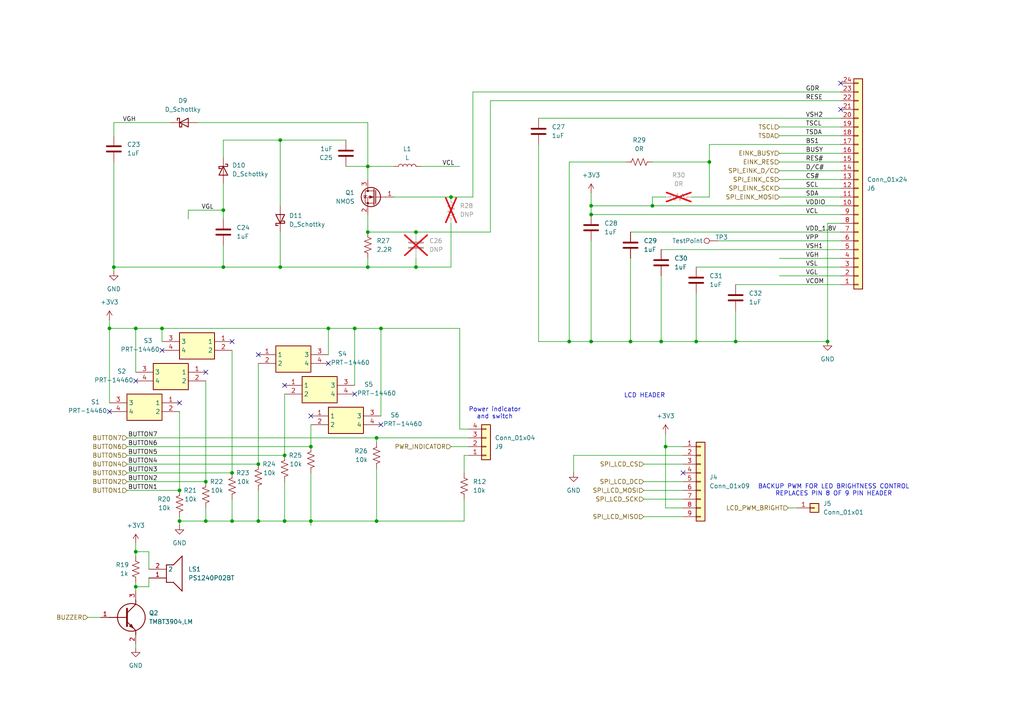
<source format=kicad_sch>
(kicad_sch (version 20231120) (generator "eeschema") (generator_version "8.0")
  (paper "A4")
  (lib_symbols
    (symbol "Connector:TestPoint" (pin_numbers hide) (pin_names (offset 0.762) hide)
      (property "Reference" "TP" (at 0 6.858 0))
      (property "Value" "TestPoint" (at 0 5.08 0))
      (symbol "TestPoint_0_1"
        (circle (center 0 3.302) (radius 0.762))
      )
      (symbol "TestPoint_1_1"
        (pin passive line (at 0 0 90) (length 2.54) (name "1") (number "1"))
      )
    )
    (symbol "Connector_Generic:Conn_01x01" (pin_names (offset 1.016) hide)
      (property "Reference" "J" (at 0 2.54 0))
      (property "Value" "Conn_01x01" (at 0 -2.54 0))
      (symbol "Conn_01x01_1_1"
        (rectangle (start -1.27 0.127) (end 0 -0.127) (stroke (width 0.1524)))
        (rectangle (start -1.27 1.27) (end 1.27 -1.27) (stroke (width 0.254)) (fill (type background)))
        (pin passive line (at -5.08 0 0) (length 3.81) (name "Pin_1") (number "1"))
      )
    )
    (symbol "Connector_Generic:Conn_01x04" (pin_names (offset 1.016) hide)
      (property "Reference" "J" (at 0 5.08 0))
      (property "Value" "Conn_01x04" (at 0 -7.62 0))
      (symbol "Conn_01x04_1_1"
        (rectangle (start -1.27 -4.953) (end 0 -5.207) (stroke (width 0.1524)))
        (rectangle (start -1.27 -2.413) (end 0 -2.667) (stroke (width 0.1524)))
        (rectangle (start -1.27 0.127) (end 0 -0.127) (stroke (width 0.1524)))
        (rectangle (start -1.27 2.667) (end 0 2.413) (stroke (width 0.1524)))
        (rectangle (start -1.27 3.81) (end 1.27 -6.35) (stroke (width 0.254)) (fill (type background)))
        (pin passive line (at -5.08 2.54 0) (length 3.81) (name "Pin_1") (number "1"))
        (pin passive line (at -5.08 0 0) (length 3.81) (name "Pin_2") (number "2"))
        (pin passive line (at -5.08 -2.54 0) (length 3.81) (name "Pin_3") (number "3"))
        (pin passive line (at -5.08 -5.08 0) (length 3.81) (name "Pin_4") (number "4"))
      )
    )
    (symbol "Connector_Generic:Conn_01x09" (pin_names (offset 1.016) hide)
      (property "Reference" "J" (at 0 12.7 0))
      (property "Value" "Conn_01x09" (at 0 -12.7 0))
      (symbol "Conn_01x09_1_1"
        (rectangle (start -1.27 -10.033) (end 0 -10.287) (stroke (width 0.1524)))
        (rectangle (start -1.27 -7.493) (end 0 -7.747) (stroke (width 0.1524)))
        (rectangle (start -1.27 -4.953) (end 0 -5.207) (stroke (width 0.1524)))
        (rectangle (start -1.27 -2.413) (end 0 -2.667) (stroke (width 0.1524)))
        (rectangle (start -1.27 0.127) (end 0 -0.127) (stroke (width 0.1524)))
        (rectangle (start -1.27 2.667) (end 0 2.413) (stroke (width 0.1524)))
        (rectangle (start -1.27 5.207) (end 0 4.953) (stroke (width 0.1524)))
        (rectangle (start -1.27 7.747) (end 0 7.493) (stroke (width 0.1524)))
        (rectangle (start -1.27 10.287) (end 0 10.033) (stroke (width 0.1524)))
        (rectangle (start -1.27 11.43) (end 1.27 -11.43) (stroke (width 0.254)) (fill (type background)))
        (pin passive line (at -5.08 10.16 0) (length 3.81) (name "Pin_1") (number "1"))
        (pin passive line (at -5.08 7.62 0) (length 3.81) (name "Pin_2") (number "2"))
        (pin passive line (at -5.08 5.08 0) (length 3.81) (name "Pin_3") (number "3"))
        (pin passive line (at -5.08 2.54 0) (length 3.81) (name "Pin_4") (number "4"))
        (pin passive line (at -5.08 0 0) (length 3.81) (name "Pin_5") (number "5"))
        (pin passive line (at -5.08 -2.54 0) (length 3.81) (name "Pin_6") (number "6"))
        (pin passive line (at -5.08 -5.08 0) (length 3.81) (name "Pin_7") (number "7"))
        (pin passive line (at -5.08 -7.62 0) (length 3.81) (name "Pin_8") (number "8"))
        (pin passive line (at -5.08 -10.16 0) (length 3.81) (name "Pin_9") (number "9"))
      )
    )
    (symbol "Connector_Generic:Conn_01x24" (pin_names (offset 1.016) hide)
      (property "Reference" "J" (at 0 30.48 0))
      (property "Value" "Conn_01x24" (at 0 -33.02 0))
      (symbol "Conn_01x24_1_1"
        (rectangle (start -1.27 -30.353) (end 0 -30.607) (stroke (width 0.1524)))
        (rectangle (start -1.27 -27.813) (end 0 -28.067) (stroke (width 0.1524)))
        (rectangle (start -1.27 -25.273) (end 0 -25.527) (stroke (width 0.1524)))
        (rectangle (start -1.27 -22.733) (end 0 -22.987) (stroke (width 0.1524)))
        (rectangle (start -1.27 -20.193) (end 0 -20.447) (stroke (width 0.1524)))
        (rectangle (start -1.27 -17.653) (end 0 -17.907) (stroke (width 0.1524)))
        (rectangle (start -1.27 -15.113) (end 0 -15.367) (stroke (width 0.1524)))
        (rectangle (start -1.27 -12.573) (end 0 -12.827) (stroke (width 0.1524)))
        (rectangle (start -1.27 -10.033) (end 0 -10.287) (stroke (width 0.1524)))
        (rectangle (start -1.27 -7.493) (end 0 -7.747) (stroke (width 0.1524)))
        (rectangle (start -1.27 -4.953) (end 0 -5.207) (stroke (width 0.1524)))
        (rectangle (start -1.27 -2.413) (end 0 -2.667) (stroke (width 0.1524)))
        (rectangle (start -1.27 0.127) (end 0 -0.127) (stroke (width 0.1524)))
        (rectangle (start -1.27 2.667) (end 0 2.413) (stroke (width 0.1524)))
        (rectangle (start -1.27 5.207) (end 0 4.953) (stroke (width 0.1524)))
        (rectangle (start -1.27 7.747) (end 0 7.493) (stroke (width 0.1524)))
        (rectangle (start -1.27 10.287) (end 0 10.033) (stroke (width 0.1524)))
        (rectangle (start -1.27 12.827) (end 0 12.573) (stroke (width 0.1524)))
        (rectangle (start -1.27 15.367) (end 0 15.113) (stroke (width 0.1524)))
        (rectangle (start -1.27 17.907) (end 0 17.653) (stroke (width 0.1524)))
        (rectangle (start -1.27 20.447) (end 0 20.193) (stroke (width 0.1524)))
        (rectangle (start -1.27 22.987) (end 0 22.733) (stroke (width 0.1524)))
        (rectangle (start -1.27 25.527) (end 0 25.273) (stroke (width 0.1524)))
        (rectangle (start -1.27 28.067) (end 0 27.813) (stroke (width 0.1524)))
        (rectangle (start -1.27 29.21) (end 1.27 -31.75) (stroke (width 0.254)) (fill (type background)))
        (pin passive line (at -5.08 27.94 0) (length 3.81) (name "Pin_1") (number "1"))
        (pin passive line (at -5.08 5.08 0) (length 3.81) (name "Pin_10") (number "10"))
        (pin passive line (at -5.08 2.54 0) (length 3.81) (name "Pin_11") (number "11"))
        (pin passive line (at -5.08 0 0) (length 3.81) (name "Pin_12") (number "12"))
        (pin passive line (at -5.08 -2.54 0) (length 3.81) (name "Pin_13") (number "13"))
        (pin passive line (at -5.08 -5.08 0) (length 3.81) (name "Pin_14") (number "14"))
        (pin passive line (at -5.08 -7.62 0) (length 3.81) (name "Pin_15") (number "15"))
        (pin passive line (at -5.08 -10.16 0) (length 3.81) (name "Pin_16") (number "16"))
        (pin passive line (at -5.08 -12.7 0) (length 3.81) (name "Pin_17") (number "17"))
        (pin passive line (at -5.08 -15.24 0) (length 3.81) (name "Pin_18") (number "18"))
        (pin passive line (at -5.08 -17.78 0) (length 3.81) (name "Pin_19") (number "19"))
        (pin passive line (at -5.08 25.4 0) (length 3.81) (name "Pin_2") (number "2"))
        (pin passive line (at -5.08 -20.32 0) (length 3.81) (name "Pin_20") (number "20"))
        (pin passive line (at -5.08 -22.86 0) (length 3.81) (name "Pin_21") (number "21"))
        (pin passive line (at -5.08 -25.4 0) (length 3.81) (name "Pin_22") (number "22"))
        (pin passive line (at -5.08 -27.94 0) (length 3.81) (name "Pin_23") (number "23"))
        (pin passive line (at -5.08 -30.48 0) (length 3.81) (name "Pin_24") (number "24"))
        (pin passive line (at -5.08 22.86 0) (length 3.81) (name "Pin_3") (number "3"))
        (pin passive line (at -5.08 20.32 0) (length 3.81) (name "Pin_4") (number "4"))
        (pin passive line (at -5.08 17.78 0) (length 3.81) (name "Pin_5") (number "5"))
        (pin passive line (at -5.08 15.24 0) (length 3.81) (name "Pin_6") (number "6"))
        (pin passive line (at -5.08 12.7 0) (length 3.81) (name "Pin_7") (number "7"))
        (pin passive line (at -5.08 10.16 0) (length 3.81) (name "Pin_8") (number "8"))
        (pin passive line (at -5.08 7.62 0) (length 3.81) (name "Pin_9") (number "9"))
      )
    )
    (symbol "Device:C" (pin_numbers hide) (pin_names (offset 0.254))
      (property "Reference" "C" (at 0.635 2.54 0))
      (property "Value" "C" (at 0.635 -2.54 0))
      (symbol "C_0_1"
        (polyline (pts (xy -2.032 -0.762) (xy 2.032 -0.762)) (stroke (width 0.508)))
        (polyline (pts (xy -2.032 0.762) (xy 2.032 0.762)) (stroke (width 0.508)))
      )
      (symbol "C_1_1"
        (pin passive line (at 0 3.81 270) (length 2.794) (name "~") (number "1"))
        (pin passive line (at 0 -3.81 90) (length 2.794) (name "~") (number "2"))
      )
    )
    (symbol "Device:D_Schottky" (pin_numbers hide) (pin_names (offset 1.016) hide)
      (property "Reference" "D" (at 0 2.54 0))
      (property "Value" "D_Schottky" (at 0 -2.54 0))
      (symbol "D_Schottky_0_1"
        (polyline (pts (xy 1.27 0) (xy -1.27 0)))
        (polyline (pts (xy 1.27 1.27) (xy 1.27 -1.27) (xy -1.27 0) (xy 1.27 1.27)) (stroke (width 0.254)))
        (polyline (pts (xy -1.905 0.635) (xy -1.905 1.27) (xy -1.27 1.27) (xy -1.27 -1.27) (xy -0.635 -1.27) (xy -0.635 -0.635)) (stroke (width 0.254)))
      )
      (symbol "D_Schottky_1_1"
        (pin passive line (at -3.81 0 0) (length 2.54) (name "K") (number "1"))
        (pin passive line (at 3.81 0 180) (length 2.54) (name "A") (number "2"))
      )
    )
    (symbol "Device:L" (pin_numbers hide) (pin_names (offset 1.016) hide)
      (property "Reference" "L" (at -1.27 0 90))
      (property "Value" "L" (at 1.905 0 90))
      (symbol "L_0_1"
        (arc (start 0 -2.54) (mid 0.6323 -1.905) (end 0 -1.27))
        (arc (start 0 -1.27) (mid 0.6323 -0.635) (end 0 0))
        (arc (start 0 0) (mid 0.6323 0.635) (end 0 1.27))
        (arc (start 0 1.27) (mid 0.6323 1.905) (end 0 2.54))
      )
      (symbol "L_1_1"
        (pin passive line (at 0 3.81 270) (length 1.27) (name "1") (number "1"))
        (pin passive line (at 0 -3.81 90) (length 1.27) (name "2") (number "2"))
      )
    )
    (symbol "Device:Q_NMOS_Depletion_GSD" (pin_names (offset 0) hide)
      (property "Reference" "Q" (at 5.08 1.905 0))
      (property "Value" "Q_NMOS_Depletion_GSD" (at 5.08 0 0))
      (symbol "Q_NMOS_Depletion_GSD_0_1"
        (polyline (pts (xy 0.254 0) (xy -2.54 0)))
        (polyline (pts (xy 0.254 1.905) (xy 0.254 -1.905)) (stroke (width 0.254)))
        (polyline (pts (xy 0.762 2.286) (xy 0.762 -2.286)) (stroke (width 0.254)))
        (polyline (pts (xy 2.54 2.54) (xy 2.54 1.778)))
        (polyline (pts (xy 2.54 -2.54) (xy 2.54 0) (xy 0.762 0)))
        (polyline (pts (xy 0.762 -1.778) (xy 3.302 -1.778) (xy 3.302 1.778) (xy 0.762 1.778)))
        (polyline (pts (xy 1.016 0) (xy 2.032 0.381) (xy 2.032 -0.381) (xy 1.016 0)) (fill (type outline)))
        (polyline (pts (xy 2.794 0.508) (xy 2.921 0.381) (xy 3.683 0.381) (xy 3.81 0.254)))
        (polyline (pts (xy 3.302 0.381) (xy 2.921 -0.254) (xy 3.683 -0.254) (xy 3.302 0.381)))
        (circle (center 1.651 0) (radius 2.794) (stroke (width 0.254)))
        (circle (center 2.54 -1.778) (radius 0.254) (fill (type outline)))
        (circle (center 2.54 1.778) (radius 0.254) (fill (type outline)))
      )
      (symbol "Q_NMOS_Depletion_GSD_1_1"
        (pin input line (at -5.08 0 0) (length 2.54) (name "G") (number "1"))
        (pin passive line (at 2.54 -5.08 90) (length 2.54) (name "S") (number "2"))
        (pin passive line (at 2.54 5.08 270) (length 2.54) (name "D") (number "3"))
      )
    )
    (symbol "Device:R_US" (pin_numbers hide) (pin_names (offset 0))
      (property "Reference" "R" (at 2.54 0 90))
      (property "Value" "R_US" (at -2.54 0 90))
      (symbol "R_US_0_1"
        (polyline (pts (xy 0 -2.286) (xy 0 -2.54)))
        (polyline (pts (xy 0 2.286) (xy 0 2.54)))
        (polyline (pts (xy 0 -0.762) (xy 1.016 -1.143) (xy 0 -1.524) (xy -1.016 -1.905) (xy 0 -2.286)))
        (polyline (pts (xy 0 0.762) (xy 1.016 0.381) (xy 0 0) (xy -1.016 -0.381) (xy 0 -0.762)))
        (polyline (pts (xy 0 2.286) (xy 1.016 1.905) (xy 0 1.524) (xy -1.016 1.143) (xy 0 0.762)))
      )
      (symbol "R_US_1_1"
        (pin passive line (at 0 3.81 270) (length 1.27) (name "~") (number "1"))
        (pin passive line (at 0 -3.81 90) (length 1.27) (name "~") (number "2"))
      )
    )
    (symbol "SamacSys_Parts:PRT-14460"
      (property "Reference" "S" (at 16.51 7.62 0))
      (property "Value" "PRT-14460" (at 16.51 5.08 0))
      (symbol "PRT-14460_1_1"
        (rectangle (start 5.08 2.54) (end 15.24 -5.08) (stroke (width 0.254)) (fill (type background)))
        (pin passive line (at 20.32 0 180) (length 5.08) (name "1") (number "1"))
        (pin passive line (at 20.32 -2.54 180) (length 5.08) (name "2") (number "2"))
        (pin passive line (at 0 0 0) (length 5.08) (name "3") (number "3"))
        (pin passive line (at 0 -2.54 0) (length 5.08) (name "4") (number "4"))
      )
    )
    (symbol "SamacSys_Parts:PS1240P02BT"
      (property "Reference" "LS1" (at 11.43 0.0001 0))
      (property "Value" "PS1240P02BT" (at 11.43 -2.5399 0))
      (symbol "PS1240P02BT_1_1"
        (polyline (pts (xy 5.08 1.27) (xy 5.08 -3.81)) (stroke (width 0.254)))
        (polyline (pts (xy 5.08 1.27) (xy 7.112 1.27)) (stroke (width 0.254)))
        (polyline (pts (xy 7.112 -3.81) (xy 5.08 -3.81)) (stroke (width 0.254)))
        (polyline (pts (xy 7.112 -3.81) (xy 9.652 -6.35)) (stroke (width 0.254)))
        (polyline (pts (xy 9.652 3.81) (xy 7.112 1.27)) (stroke (width 0.254)))
        (polyline (pts (xy 9.652 3.81) (xy 9.652 -6.35)) (stroke (width 0.254)))
        (pin passive line (at 0 -2.54 0) (length 5.08) (name "") (number "1"))
        (pin passive line (at 0 0 0) (length 5.08) (name "2") (number "2"))
      )
    )
    (symbol "SamacSys_Parts:TMBT3904,LM" (pin_names hide)
      (property "Reference" "Q" (at 13.97 1.27 0))
      (property "Value" "TMBT3904,LM" (at 13.97 -1.27 0))
      (symbol "TMBT3904,LM_1_1"
        (polyline (pts (xy 2.54 0) (xy 7.62 0)) (stroke (width 0.254)))
        (polyline (pts (xy 7.62 -1.27) (xy 10.16 -3.81)) (stroke (width 0.254)))
        (polyline (pts (xy 7.62 1.27) (xy 10.16 3.81)) (stroke (width 0.254)))
        (polyline (pts (xy 7.62 2.54) (xy 7.62 -2.54)) (stroke (width 0.508)))
        (polyline (pts (xy 10.16 -3.81) (xy 10.16 -5.08)) (stroke (width 0.254)))
        (polyline (pts (xy 10.16 3.81) (xy 10.16 5.08)) (stroke (width 0.254)))
        (polyline (pts (xy 8.382 -2.54) (xy 8.89 -2.032) (xy 9.398 -3.048) (xy 8.382 -2.54)) (stroke (width 0.254)) (fill (type outline)))
        (circle (center 8.89 0) (radius 4.016) (stroke (width 0.254)))
        (pin passive line (at 0 0 0) (length 2.54) (name "B") (number "1"))
        (pin passive line (at 10.16 -7.62 90) (length 2.54) (name "E") (number "2"))
        (pin passive line (at 10.16 7.62 270) (length 2.54) (name "C") (number "3"))
      )
    )
    (symbol "power:+3V3" (power) (pin_numbers hide) (pin_names (offset 0) hide)
      (property "Value" "+3V3" (at 0 3.556 0))
      (symbol "+3V3_0_1"
        (polyline (pts (xy -0.762 1.27) (xy 0 2.54)))
        (polyline (pts (xy 0 0) (xy 0 2.54)))
        (polyline (pts (xy 0 2.54) (xy 0.762 1.27)))
      )
      (symbol "+3V3_1_1"
        (pin power_in line (at 0 0 90) (length 0) (name "~") (number "1"))
      )
    )
    (symbol "power:GND" (power) (pin_numbers hide) (pin_names (offset 0) hide)
      (property "Value" "GND" (at 0 -3.81 0))
      (symbol "GND_0_1"
        (polyline (pts (xy 0 0) (xy 0 -1.27) (xy 1.27 -1.27) (xy 0 -2.54) (xy -1.27 -1.27) (xy 0 -1.27)))
      )
      (symbol "GND_1_1"
        (pin power_in line (at 0 0 270) (length 0) (name "~") (number "1"))
      )
    )
  )
  (junction (at 31.75 95.25))
  (junction (at 171.45 99.06))
  (junction (at 165.1 99.06))
  (junction (at 82.55 132.08))
  (junction (at 106.68 77.47))
  (junction (at 33.02 77.47))
  (junction (at 109.22 151.13))
  (junction (at 39.37 160.02))
  (junction (at 171.45 62.23))
  (junction (at 110.49 95.25))
  (junction (at 106.68 48.26))
  (junction (at 64.77 77.47))
  (junction (at 130.81 57.15))
  (junction (at 90.17 151.13))
  (junction (at 193.04 129.54))
  (junction (at 240.03 99.06))
  (junction (at 74.93 134.62))
  (junction (at 171.45 59.69))
  (junction (at 205.74 46.99))
  (junction (at 46.99 95.25))
  (junction (at 90.17 129.54))
  (junction (at 81.28 40.64))
  (junction (at 52.07 142.24))
  (junction (at 82.55 151.13))
  (junction (at 59.69 139.7))
  (junction (at 64.77 60.96))
  (junction (at 74.93 151.13))
  (junction (at 213.36 99.06))
  (junction (at 109.22 127))
  (junction (at 52.07 151.13))
  (junction (at 95.25 95.25))
  (junction (at 39.37 170.18))
  (junction (at 67.31 151.13))
  (junction (at 120.65 67.31))
  (junction (at 59.69 151.13))
  (junction (at 39.37 95.25))
  (junction (at 106.68 67.31))
  (junction (at 67.31 137.16))
  (junction (at 81.28 77.47))
  (junction (at 191.77 99.06))
  (junction (at 120.65 77.47))
  (junction (at 189.23 59.69))
  (junction (at 201.93 99.06))
  (junction (at 102.87 95.25))
  (junction (at 182.88 99.06))
  (no_connect (at 243.84 24.13))
  (no_connect (at 243.84 31.75))
  (no_connect (at 67.31 99.06))
  (no_connect (at 95.25 105.41))
  (no_connect (at 31.75 119.38))
  (no_connect (at 39.37 110.49))
  (no_connect (at 52.07 116.84))
  (no_connect (at 59.69 107.95))
  (no_connect (at 82.55 111.76))
  (no_connect (at 74.93 102.87))
  (no_connect (at 198.12 137.16))
  (no_connect (at 90.17 120.65))
  (no_connect (at 46.99 101.6))
  (no_connect (at 110.49 123.19))
  (no_connect (at 102.87 114.3))
  (wire (pts (xy 46.99 99.06) (xy 46.99 95.25)))
  (wire (pts (xy 33.02 77.47) (xy 33.02 46.99)))
  (wire (pts (xy 133.35 124.46) (xy 133.35 95.25)))
  (wire (pts (xy 33.02 35.56) (xy 49.53 35.56)))
  (wire (pts (xy 36.83 129.54) (xy 90.17 129.54)))
  (wire (pts (xy 137.16 57.15) (xy 137.16 26.67)))
  (wire (pts (xy 186.69 134.62) (xy 198.12 134.62)))
  (wire (pts (xy 39.37 168.91) (xy 39.37 170.18)))
  (wire (pts (xy 156.21 34.29) (xy 243.84 34.29)))
  (wire (pts (xy 52.07 119.38) (xy 52.07 142.24)))
  (wire (pts (xy 193.04 57.15) (xy 189.23 57.15)))
  (wire (pts (xy 226.06 57.15) (xy 243.84 57.15)))
  (wire (pts (xy 67.31 101.6) (xy 67.31 137.16)))
  (wire (pts (xy 81.28 67.31) (xy 81.28 77.47)))
  (wire (pts (xy 90.17 123.19) (xy 90.17 129.54)))
  (wire (pts (xy 182.88 99.06) (xy 191.77 99.06)))
  (wire (pts (xy 52.07 151.13) (xy 52.07 149.86)))
  (wire (pts (xy 46.99 95.25) (xy 95.25 95.25)))
  (wire (pts (xy 182.88 67.31) (xy 243.84 67.31)))
  (wire (pts (xy 226.06 39.37) (xy 243.84 39.37)))
  (wire (pts (xy 240.03 64.77) (xy 243.84 64.77)))
  (wire (pts (xy 25.4 179.07) (xy 29.21 179.07)))
  (wire (pts (xy 64.77 45.72) (xy 64.77 40.64)))
  (wire (pts (xy 171.45 99.06) (xy 182.88 99.06)))
  (wire (pts (xy 106.68 77.47) (xy 106.68 74.93)))
  (wire (pts (xy 90.17 151.13) (xy 90.17 152.4)))
  (wire (pts (xy 171.45 69.85) (xy 171.45 99.06)))
  (wire (pts (xy 39.37 160.02) (xy 39.37 161.29)))
  (wire (pts (xy 31.75 95.25) (xy 31.75 116.84)))
  (wire (pts (xy 33.02 77.47) (xy 64.77 77.47)))
  (wire (pts (xy 133.35 124.46) (xy 135.89 124.46)))
  (wire (pts (xy 54.61 60.96) (xy 54.61 63.5)))
  (wire (pts (xy 64.77 53.34) (xy 64.77 60.96)))
  (wire (pts (xy 67.31 144.78) (xy 67.31 151.13)))
  (wire (pts (xy 133.35 95.25) (xy 110.49 95.25)))
  (wire (pts (xy 186.69 149.86) (xy 198.12 149.86)))
  (wire (pts (xy 100.33 48.26) (xy 106.68 48.26)))
  (wire (pts (xy 81.28 40.64) (xy 100.33 40.64)))
  (wire (pts (xy 110.49 95.25) (xy 110.49 120.65)))
  (wire (pts (xy 121.92 48.26) (xy 133.35 48.26)))
  (wire (pts (xy 33.02 78.74) (xy 33.02 77.47)))
  (wire (pts (xy 109.22 151.13) (xy 134.62 151.13)))
  (wire (pts (xy 193.04 129.54) (xy 193.04 147.32)))
  (wire (pts (xy 74.93 151.13) (xy 82.55 151.13)))
  (wire (pts (xy 102.87 95.25) (xy 110.49 95.25)))
  (wire (pts (xy 186.69 144.78) (xy 198.12 144.78)))
  (wire (pts (xy 198.12 132.08) (xy 166.37 132.08)))
  (wire (pts (xy 31.75 92.71) (xy 31.75 95.25)))
  (wire (pts (xy 90.17 137.16) (xy 90.17 151.13)))
  (wire (pts (xy 109.22 135.89) (xy 109.22 151.13)))
  (wire (pts (xy 36.83 137.16) (xy 67.31 137.16)))
  (wire (pts (xy 82.55 114.3) (xy 82.55 132.08)))
  (wire (pts (xy 189.23 46.99) (xy 205.74 46.99)))
  (wire (pts (xy 226.06 74.93) (xy 243.84 74.93)))
  (wire (pts (xy 81.28 77.47) (xy 106.68 77.47)))
  (wire (pts (xy 39.37 170.18) (xy 39.37 171.45)))
  (wire (pts (xy 243.84 77.47) (xy 201.93 77.47)))
  (wire (pts (xy 46.99 95.25) (xy 39.37 95.25)))
  (wire (pts (xy 134.62 144.78) (xy 134.62 151.13)))
  (wire (pts (xy 134.62 132.08) (xy 134.62 137.16)))
  (wire (pts (xy 191.77 72.39) (xy 243.84 72.39)))
  (wire (pts (xy 82.55 139.7) (xy 82.55 151.13)))
  (wire (pts (xy 198.12 129.54) (xy 193.04 129.54)))
  (wire (pts (xy 120.65 67.31) (xy 106.68 67.31)))
  (wire (pts (xy 208.28 69.85) (xy 243.84 69.85)))
  (wire (pts (xy 39.37 186.69) (xy 39.37 187.96)))
  (wire (pts (xy 95.25 95.25) (xy 102.87 95.25)))
  (wire (pts (xy 43.18 170.18) (xy 39.37 170.18)))
  (wire (pts (xy 64.77 40.64) (xy 81.28 40.64)))
  (wire (pts (xy 191.77 99.06) (xy 201.93 99.06)))
  (wire (pts (xy 43.18 167.64) (xy 43.18 170.18)))
  (wire (pts (xy 142.24 67.31) (xy 120.65 67.31)))
  (wire (pts (xy 74.93 105.41) (xy 74.93 134.62)))
  (wire (pts (xy 106.68 67.31) (xy 106.68 62.23)))
  (wire (pts (xy 120.65 74.93) (xy 120.65 77.47)))
  (wire (pts (xy 186.69 142.24) (xy 198.12 142.24)))
  (wire (pts (xy 33.02 35.56) (xy 33.02 39.37)))
  (wire (pts (xy 193.04 147.32) (xy 198.12 147.32)))
  (wire (pts (xy 205.74 57.15) (xy 205.74 46.99)))
  (wire (pts (xy 135.89 129.54) (xy 130.81 129.54)))
  (wire (pts (xy 213.36 99.06) (xy 201.93 99.06)))
  (wire (pts (xy 36.83 142.24) (xy 52.07 142.24)))
  (wire (pts (xy 166.37 132.08) (xy 166.37 137.16)))
  (wire (pts (xy 189.23 59.69) (xy 243.84 59.69)))
  (wire (pts (xy 226.06 80.01) (xy 243.84 80.01)))
  (wire (pts (xy 213.36 99.06) (xy 240.03 99.06)))
  (wire (pts (xy 54.61 60.96) (xy 64.77 60.96)))
  (wire (pts (xy 201.93 85.09) (xy 201.93 99.06)))
  (wire (pts (xy 74.93 142.24) (xy 74.93 151.13)))
  (wire (pts (xy 130.81 64.77) (xy 130.81 77.47)))
  (wire (pts (xy 156.21 41.91) (xy 156.21 99.06)))
  (wire (pts (xy 130.81 57.15) (xy 137.16 57.15)))
  (wire (pts (xy 171.45 55.88) (xy 171.45 59.69)))
  (wire (pts (xy 171.45 59.69) (xy 189.23 59.69)))
  (wire (pts (xy 59.69 151.13) (xy 52.07 151.13)))
  (wire (pts (xy 95.25 95.25) (xy 95.25 102.87)))
  (wire (pts (xy 200.66 57.15) (xy 205.74 57.15)))
  (wire (pts (xy 81.28 40.64) (xy 81.28 59.69)))
  (wire (pts (xy 106.68 77.47) (xy 120.65 77.47)))
  (wire (pts (xy 64.77 77.47) (xy 81.28 77.47)))
  (wire (pts (xy 52.07 152.4) (xy 52.07 151.13)))
  (wire (pts (xy 109.22 127) (xy 135.89 127)))
  (wire (pts (xy 181.61 46.99) (xy 165.1 46.99)))
  (wire (pts (xy 39.37 95.25) (xy 31.75 95.25)))
  (wire (pts (xy 213.36 99.06) (xy 213.36 90.17)))
  (wire (pts (xy 39.37 107.95) (xy 39.37 95.25)))
  (wire (pts (xy 205.74 41.91) (xy 205.74 46.99)))
  (wire (pts (xy 106.68 48.26) (xy 114.3 48.26)))
  (wire (pts (xy 43.18 165.1) (xy 43.18 160.02)))
  (wire (pts (xy 109.22 151.13) (xy 90.17 151.13)))
  (wire (pts (xy 226.06 44.45) (xy 243.84 44.45)))
  (wire (pts (xy 36.83 139.7) (xy 59.69 139.7)))
  (wire (pts (xy 142.24 29.21) (xy 142.24 67.31)))
  (wire (pts (xy 226.06 52.07) (xy 243.84 52.07)))
  (wire (pts (xy 36.83 134.62) (xy 74.93 134.62)))
  (wire (pts (xy 36.83 132.08) (xy 82.55 132.08)))
  (wire (pts (xy 39.37 157.48) (xy 39.37 160.02)))
  (wire (pts (xy 171.45 62.23) (xy 243.84 62.23)))
  (wire (pts (xy 156.21 99.06) (xy 165.1 99.06)))
  (wire (pts (xy 213.36 82.55) (xy 243.84 82.55)))
  (wire (pts (xy 231.14 147.32) (xy 228.6 147.32)))
  (wire (pts (xy 165.1 46.99) (xy 165.1 99.06)))
  (wire (pts (xy 109.22 127) (xy 36.83 127)))
  (wire (pts (xy 135.89 132.08) (xy 134.62 132.08)))
  (wire (pts (xy 43.18 160.02) (xy 39.37 160.02)))
  (wire (pts (xy 189.23 57.15) (xy 189.23 59.69)))
  (wire (pts (xy 109.22 128.27) (xy 109.22 127)))
  (wire (pts (xy 226.06 36.83) (xy 243.84 36.83)))
  (wire (pts (xy 182.88 74.93) (xy 182.88 99.06)))
  (wire (pts (xy 191.77 80.01) (xy 191.77 99.06)))
  (wire (pts (xy 226.06 54.61) (xy 243.84 54.61)))
  (wire (pts (xy 64.77 71.12) (xy 64.77 77.47)))
  (wire (pts (xy 205.74 41.91) (xy 243.84 41.91)))
  (wire (pts (xy 120.65 77.47) (xy 130.81 77.47)))
  (wire (pts (xy 186.69 139.7) (xy 198.12 139.7)))
  (wire (pts (xy 142.24 29.21) (xy 243.84 29.21)))
  (wire (pts (xy 59.69 110.49) (xy 59.69 139.7)))
  (wire (pts (xy 171.45 59.69) (xy 171.45 62.23)))
  (wire (pts (xy 226.06 49.53) (xy 243.84 49.53)))
  (wire (pts (xy 64.77 60.96) (xy 64.77 63.5)))
  (wire (pts (xy 67.31 151.13) (xy 59.69 151.13)))
  (wire (pts (xy 226.06 46.99) (xy 243.84 46.99)))
  (wire (pts (xy 165.1 99.06) (xy 171.45 99.06)))
  (wire (pts (xy 59.69 147.32) (xy 59.69 151.13)))
  (wire (pts (xy 57.15 35.56) (xy 106.68 35.56)))
  (wire (pts (xy 102.87 95.25) (xy 102.87 111.76)))
  (wire (pts (xy 193.04 125.73) (xy 193.04 129.54)))
  (wire (pts (xy 106.68 48.26) (xy 106.68 52.07)))
  (wire (pts (xy 74.93 151.13) (xy 67.31 151.13)))
  (wire (pts (xy 82.55 151.13) (xy 90.17 151.13)))
  (wire (pts (xy 240.03 64.77) (xy 240.03 99.06)))
  (wire (pts (xy 106.68 35.56) (xy 106.68 48.26)))
  (wire (pts (xy 137.16 26.67) (xy 243.84 26.67)))
  (wire (pts (xy 114.3 57.15) (xy 130.81 57.15)))
  (text "Power indicator\nand switch" (at 143.51 119.888 0) (effects (font (size 1.27 1.27))))
  (text "LCD HEADER\n" (at 186.944 114.808 0) (effects (font (size 1.27 1.27))))
  (text "BACKUP PWM FOR LED BRIGHTNESS CONTROL\nREPLACES PIN 8 OF 9 PIN HEADER\n" (at 241.808 142.24 0) (effects (font (size 1.27 1.27))))
  (label "VCOM" (at 233.68 82.55 0))
  (label "TSDA" (at 233.68 39.37 0))
  (label "VGH" (at 233.68 74.93 0))
  (label "VSH2" (at 233.68 34.29 0))
  (label "VGL" (at 233.68 80.01 0))
  (label "BUSY" (at 233.68 44.45 0))
  (label "BUTTON5" (at 45.72 132.08 180))
  (label "CS#" (at 233.68 52.07 0))
  (label "VSH1" (at 233.68 72.39 0))
  (label "VSL" (at 233.68 77.47 0))
  (label "BUTTON7" (at 45.72 127 180))
  (label "BUTTON4" (at 45.72 134.62 180))
  (label "VCL" (at 233.68 62.23 0))
  (label "GDR" (at 233.68 26.67 0))
  (label "SCL" (at 233.68 54.61 0))
  (label "SDA" (at 233.68 57.15 0))
  (label "BS1" (at 233.68 41.91 0))
  (label "VGH" (at 35.56 35.56 0))
  (label "VGL" (at 58.42 60.96 0))
  (label "VDDIO" (at 233.68 59.69 0))
  (label "D{slash}C#" (at 233.68 49.53 0))
  (label "BUTTON1" (at 45.72 142.24 180))
  (label "TSCL" (at 233.68 36.83 0))
  (label "VPP" (at 233.68 69.85 0))
  (label "RESE" (at 233.68 29.21 0))
  (label "VDD_1.8V" (at 233.68 67.31 0))
  (label "BUTTON6" (at 45.72 129.54 180))
  (label "RES#" (at 233.68 46.99 0))
  (label "BUTTON2" (at 45.72 139.7 180))
  (label "VCL" (at 128.27 48.26 0))
  (label "BUTTON3" (at 45.72 137.16 180))
  (hierarchical_label "SPI_EINK_MOSI" (shape input) (at 226.06 57.15 180))
  (hierarchical_label "BUTTON2" (shape input) (at 36.83 139.7 180))
  (hierarchical_label "TSDA" (shape input) (at 226.06 39.37 180))
  (hierarchical_label "EINK_BUSY" (shape input) (at 226.06 44.45 180))
  (hierarchical_label "SPI_LCD_SCK" (shape input) (at 186.69 144.78 180))
  (hierarchical_label "SPI_EINK_D{slash}C" (shape input) (at 226.06 49.53 180))
  (hierarchical_label "EINK_RES" (shape input) (at 226.06 46.99 180))
  (hierarchical_label "BUTTON4" (shape input) (at 36.83 134.62 180))
  (hierarchical_label "SPI_LCD_DC" (shape input) (at 186.69 139.7 180))
  (hierarchical_label "SPI_EINK_CS" (shape input) (at 226.06 52.07 180))
  (hierarchical_label "TSCL" (shape input) (at 226.06 36.83 180))
  (hierarchical_label "SPI_LCD_MISO" (shape input) (at 186.69 149.86 180))
  (hierarchical_label "BUTTON3" (shape input) (at 36.83 137.16 180))
  (hierarchical_label "BUTTON5" (shape input) (at 36.83 132.08 180))
  (hierarchical_label "BUZZER" (shape input) (at 25.4 179.07 180))
  (hierarchical_label "BUTTON6" (shape input) (at 36.83 129.54 180))
  (hierarchical_label "SPI_EINK_SCK" (shape input) (at 226.06 54.61 180))
  (hierarchical_label "BUTTON7" (shape input) (at 36.83 127 180))
  (hierarchical_label "BUTTON1" (shape input) (at 36.83 142.24 180))
  (hierarchical_label "SPI_LCD_CS" (shape input) (at 186.69 134.62 180))
  (hierarchical_label "PWR_INDICATOR" (shape input) (at 130.81 129.54 180))
  (hierarchical_label "SPI_LCD_MOSI" (shape input) (at 186.69 142.24 180))
  (hierarchical_label "LCD_PWM_BRIGHT" (shape input) (at 228.6 147.32 180))
  (symbol (lib_id "power:GND") (at 52.07 152.4 0) (unit 1)
    (property "Reference" "#PWR039" (effects (hide yes)))
    (property "Value" "GND" (at 52.07 157.48 0))
    (property "Description" "Power symbol creates a global label with name \"GND\" , ground" (effects (hide yes)))
  )
  (symbol (lib_id "SamacSys_Parts:TMBT3904,LM") (at 29.21 179.07 0) (unit 1)
    (property "Reference" "Q2" (at 43.18 177.7999 0) (effects (justify left)))
    (property "Value" "TMBT3904,LM" (at 43.18 180.3399 0) (effects (justify left)))
    (property "Footprint" "TMBT3904LM" (effects (hide yes)))
    (property "Datasheet" "https://toshiba.semicon-storage.com/info/docget.jsp?did=29706&prodName=TMBT3904" (effects (hide yes)))
    (property "Description" "Trans GP BJT NPN 50V 0.15A 3-Pin SOT-23 T/R" (effects (hide yes)))
    (property "Height" "1.1" (effects (hide yes)))
    (property "Mouser Part Number" "757-TMBT3904LM" (effects (hide yes)))
    (property "Mouser Price/Stock" "https://www.mouser.co.uk/ProductDetail/Toshiba/TMBT3904LM?qs=bKenfurwlsnhmcJluizbsQ%3D%3D" (effects (hide yes)))
    (property "Manufacturer_Name" "Toshiba" (effects (hide yes)))
    (property "Manufacturer_Part_Number" "TMBT3904,LM" (effects (hide yes)))
  )
  (symbol (lib_id "Device:C") (at 120.65 71.12 0) (unit 1) (dnp yes)
    (property "Reference" "C26" (at 124.46 69.8499 0) (effects (justify left)))
    (property "Value" "DNP" (at 124.46 72.3899 0) (effects (justify left)))
    (property "Footprint" "Capacitor_SMD:C_0603_1608Metric_Pad1.08x0.95mm_HandSolder" (effects (hide yes)))
    (property "Description" "Unpolarized capacitor" (effects (hide yes)))
    (property "MANUFACTURER PART NUMBER" "100pF" (effects (hide yes)))
  )
  (symbol (lib_id "power:+3V3") (at 171.45 55.88 0) (unit 1)
    (property "Reference" "#PWR041" (effects (hide yes)))
    (property "Value" "+3V3" (at 171.45 50.8 0))
    (property "Description" "Power symbol creates a global label with name \"+3V3\"" (effects (hide yes)))
  )
  (symbol (lib_id "Device:R_US") (at 106.68 71.12 0) (unit 1)
    (property "Reference" "R27" (at 109.22 69.8499 0) (effects (justify left)))
    (property "Value" "2.2R" (at 109.22 72.3899 0) (effects (justify left)))
    (property "Footprint" "Resistor_SMD:R_0603_1608Metric_Pad0.98x0.95mm_HandSolder" (effects (hide yes)))
    (property "Description" "Resistor, US symbol" (effects (hide yes)))
    (property "MANUFACTURER PART NUMBER" "RC0603FR-072R2L" (effects (hide yes)))
    (property "Digikey Part Number" "311-2.2HRTR-ND" (effects (hide yes)))
    (property "Part Number" "CRCW06032R20FKEAC" (effects (hide yes)))
  )
  (symbol (lib_id "Device:D_Schottky") (at 53.34 35.56 0) (unit 1)
    (property "Reference" "D9" (at 53.0225 29.21 0))
    (property "Value" "D_Schottky" (at 53.0225 31.75 0))
    (property "Footprint" "Diode_SMD:D_SOD-123" (effects (hide yes)))
    (property "Description" "Schottky diode" (effects (hide yes)))
    (property "MANUFACTURER PART NUMBER" "MBR0530T1G" (effects (hide yes)))
    (property "Digikey Part Number" "MBR0530T1GOSTR-ND" (effects (hide yes)))
    (property "Part Number" "BAT54T1G" (effects (hide yes)))
  )
  (symbol (lib_id "Device:C") (at 64.77 67.31 0) (unit 1)
    (property "Reference" "C24" (at 68.58 66.0399 0) (effects (justify left)))
    (property "Value" "1uF" (at 68.58 68.5799 0) (effects (justify left)))
    (property "Footprint" "Capacitor_SMD:C_0603_1608Metric_Pad1.08x0.95mm_HandSolder" (effects (hide yes)))
    (property "Description" "Unpolarized capacitor" (effects (hide yes)))
    (property "MANUFACTURER PART NUMBER" "CC0603KRX5R8BB105" (effects (hide yes)))
    (property "Digikey Part Number" "311-1445-2-ND" (effects (hide yes)))
    (property "Part Number" "CL10B105KP8NNNC" (effects (hide yes)))
  )
  (symbol (lib_id "Device:R_US") (at 130.81 60.96 0) (unit 1) (dnp yes)
    (property "Reference" "R28" (at 133.35 59.6899 0) (effects (justify left)))
    (property "Value" "DNP" (at 133.35 62.2299 0) (effects (justify left)))
    (property "Footprint" "Resistor_SMD:R_0603_1608Metric_Pad0.98x0.95mm_HandSolder" (effects (hide yes)))
    (property "Description" "Resistor, US symbol" (effects (hide yes)))
    (property "MANUFACTURER PART NUMBER" "100kR" (effects (hide yes)))
  )
  (symbol (lib_id "Device:C") (at 201.93 81.28 0) (unit 1)
    (property "Reference" "C31" (at 205.74 80.0099 0) (effects (justify left)))
    (property "Value" "1uF" (at 205.74 82.5499 0) (effects (justify left)))
    (property "Footprint" "Capacitor_SMD:C_0603_1608Metric_Pad1.08x0.95mm_HandSolder" (effects (hide yes)))
    (property "Description" "Unpolarized capacitor" (effects (hide yes)))
    (property "MANUFACTURER PART NUMBER" "CC0603KRX5R8BB105" (effects (hide yes)))
    (property "Digikey Part Number" "311-1445-2-ND" (effects (hide yes)))
    (property "Part Number" "CL10B105KP8NNNC" (effects (hide yes)))
  )
  (symbol (lib_id "Device:C") (at 213.36 86.36 0) (unit 1)
    (property "Reference" "C32" (at 217.17 85.0899 0) (effects (justify left)))
    (property "Value" "1uF" (at 217.17 87.6299 0) (effects (justify left)))
    (property "Footprint" "Capacitor_SMD:C_0603_1608Metric_Pad1.08x0.95mm_HandSolder" (effects (hide yes)))
    (property "Description" "Unpolarized capacitor" (effects (hide yes)))
    (property "MANUFACTURER PART NUMBER" "CC0603KRX5R8BB105" (effects (hide yes)))
    (property "Digikey Part Number" "311-1445-2-ND" (effects (hide yes)))
    (property "Part Number" "CL10B105KP8NNNC" (effects (hide yes)))
  )
  (symbol (lib_id "Connector:TestPoint") (at 208.28 69.85 90) (unit 1)
    (property "Reference" "TP3" (at 209.296 68.834 90))
    (property "Value" "TestPoint" (at 199.39 69.85 90))
    (property "Footprint" "TestPoint:TestPoint_Pad_D3.0mm" (effects (hide yes)))
    (property "Description" "test point" (effects (hide yes)))
  )
  (symbol (lib_id "Device:Q_NMOS_Depletion_GSD") (at 109.22 57.15 0) (mirror y) (unit 1)
    (property "Reference" "Q1" (at 102.87 55.8799 0) (effects (justify left)))
    (property "Value" "NMOS" (at 102.87 58.4199 0) (effects (justify left)))
    (property "Footprint" "Package_TO_SOT_SMD:SOT-23" (effects (hide yes)))
    (property "Description" "Depletion-mode N-channel MOSFET gate/source/drain" (effects (hide yes)))
    (property "MANUFACTURER PART NUMBER" "IRLML2803TRPBF" (effects (hide yes)))
    (property "Digikey Part Number" "IRLML2803PBFTR-ND" (effects (hide yes)))
    (property "Part Number" "T2N7002AK,LM" (effects (hide yes)))
  )
  (symbol (lib_id "SamacSys_Parts:PRT-14460") (at 46.99 99.06 0) (unit 1)
    (property "Reference" "S3" (at 42.926 98.806 0))
    (property "Value" "PRT-14460" (at 40.64 101.346 0))
    (property "Footprint" "samacsys:PRT14460" (effects (hide yes)))
    (property "Description" "SparkFun Accessories Multicolor Buttons- 4 pack" (effects (hide yes)))
    (property "Height" "8.2" (effects (hide yes)))
    (property "Mouser Part Number" "474-PRT-14460" (effects (hide yes)))
    (property "Mouser Price/Stock" "https://www.mouser.com/Search/Refine.aspx?Keyword=474-PRT-14460" (effects (hide yes)))
    (property "Manufacturer_Name" "SparkFun" (effects (hide yes)))
    (property "Manufacturer_Part_Number" "PRT-14460" (effects (hide yes)))
    (property "Part Number" "PRT-14460" (effects (hide yes)))
  )
  (symbol (lib_id "Device:D_Schottky") (at 81.28 63.5 90) (unit 1)
    (property "Reference" "D11" (at 83.82 62.5474 90) (effects (justify right)))
    (property "Value" "D_Schottky" (at 83.82 65.0874 90) (effects (justify right)))
    (property "Footprint" "Diode_SMD:D_SOD-123" (effects (hide yes)))
    (property "Description" "Schottky diode" (effects (hide yes)))
    (property "MANUFACTURER PART NUMBER" "MBR0530T1G" (effects (hide yes)))
    (property "Digikey Part Number" "MBR0530T1GOSTR-ND" (effects (hide yes)))
    (property "Part Number" "BAT54T1G" (effects (hide yes)))
  )
  (symbol (lib_id "Device:C") (at 33.02 43.18 0) (unit 1)
    (property "Reference" "C23" (at 36.83 41.9099 0) (effects (justify left)))
    (property "Value" "1uF" (at 36.83 44.4499 0) (effects (justify left)))
    (property "Footprint" "Capacitor_SMD:C_0603_1608Metric_Pad1.08x0.95mm_HandSolder" (effects (hide yes)))
    (property "Description" "Unpolarized capacitor" (effects (hide yes)))
    (property "MANUFACTURER PART NUMBER" "CC0603KRX5R8BB105" (effects (hide yes)))
    (property "Digikey Part Number" "311-1445-2-ND" (effects (hide yes)))
    (property "Part Number" "CL10B105KP8NNNC" (effects (hide yes)))
  )
  (symbol (lib_id "Device:C") (at 191.77 76.2 0) (unit 1)
    (property "Reference" "C30" (at 195.58 74.9299 0) (effects (justify left)))
    (property "Value" "1uF" (at 195.58 77.4699 0) (effects (justify left)))
    (property "Footprint" "Capacitor_SMD:C_0603_1608Metric_Pad1.08x0.95mm_HandSolder" (effects (hide yes)))
    (property "Description" "Unpolarized capacitor" (effects (hide yes)))
    (property "MANUFACTURER PART NUMBER" "CC0603KRX5R8BB105" (effects (hide yes)))
    (property "Digikey Part Number" "311-1445-2-ND" (effects (hide yes)))
    (property "Part Number" "CL10B105KP8NNNC" (effects (hide yes)))
  )
  (symbol (lib_id "Device:R_US") (at 196.85 57.15 90) (unit 1) (dnp yes)
    (property "Reference" "R30" (at 196.85 50.8 90))
    (property "Value" "0R" (at 196.85 53.34 90))
    (property "Footprint" "Resistor_SMD:R_0603_1608Metric_Pad0.98x0.95mm_HandSolder" (effects (hide yes)))
    (property "Description" "Resistor, US symbol" (effects (hide yes)))
    (property "MANUFACTURER PART NUMBER" "RC0603JR-070RL" (effects (hide yes)))
    (property "Digikey Part Number" "311-0.0GRTR-ND" (effects (hide yes)))
    (property "Part Number" "RMCF0603ZT0R00" (effects (hide yes)))
  )
  (symbol (lib_id "Device:R_US") (at 67.31 140.97 0) (mirror y) (unit 1)
    (property "Reference" "R22" (at 64.77 139.6999 0) (effects (justify left)))
    (property "Value" "10k" (at 64.77 142.2399 0) (effects (justify left)))
    (property "Footprint" "Resistor_SMD:R_0603_1608Metric_Pad0.98x0.95mm_HandSolder" (effects (hide yes)))
    (property "Description" "Resistor, US symbol" (effects (hide yes)))
    (property "Part Number" "RC0603FR-0710KL" (effects (hide yes)))
  )
  (symbol (lib_id "SamacSys_Parts:PRT-14460") (at 31.75 116.84 0) (unit 1)
    (property "Reference" "S1" (at 27.686 116.586 0))
    (property "Value" "PRT-14460" (at 25.4 119.126 0))
    (property "Footprint" "samacsys:PRT14460" (effects (hide yes)))
    (property "Description" "SparkFun Accessories Multicolor Buttons- 4 pack" (effects (hide yes)))
    (property "Height" "8.2" (effects (hide yes)))
    (property "Mouser Part Number" "474-PRT-14460" (effects (hide yes)))
    (property "Mouser Price/Stock" "https://www.mouser.com/Search/Refine.aspx?Keyword=474-PRT-14460" (effects (hide yes)))
    (property "Manufacturer_Name" "SparkFun" (effects (hide yes)))
    (property "Manufacturer_Part_Number" "PRT-14460" (effects (hide yes)))
    (property "Part Number" "PRT-14460" (effects (hide yes)))
  )
  (symbol (lib_id "Device:R_US") (at 82.55 135.89 0) (mirror y) (unit 1)
    (property "Reference" "R24" (at 80.01 134.6199 0) (effects (justify left)))
    (property "Value" "10k" (at 80.01 137.1599 0) (effects (justify left)))
    (property "Footprint" "Resistor_SMD:R_0603_1608Metric_Pad0.98x0.95mm_HandSolder" (effects (hide yes)))
    (property "Description" "Resistor, US symbol" (effects (hide yes)))
    (property "Part Number" "RC0603FR-0710KL" (effects (hide yes)))
  )
  (symbol (lib_id "power:+3V3") (at 193.04 125.73 0) (unit 1)
    (property "Reference" "#PWR042" (effects (hide yes)))
    (property "Value" "+3V3" (at 193.04 120.65 0))
    (property "Description" "Power symbol creates a global label with name \"+3V3\"" (effects (hide yes)))
  )
  (symbol (lib_id "Device:C") (at 100.33 44.45 180) (unit 1)
    (property "Reference" "C25" (at 96.52 45.7201 0) (effects (justify left)))
    (property "Value" "1uF" (at 96.52 43.1801 0) (effects (justify left)))
    (property "Footprint" "Capacitor_SMD:C_0603_1608Metric_Pad1.08x0.95mm_HandSolder" (effects (hide yes)))
    (property "Description" "Unpolarized capacitor" (effects (hide yes)))
    (property "MANUFACTURER PART NUMBER" "CC0603KRX5R8BB105" (effects (hide yes)))
    (property "Digikey Part Number" "311-1445-2-ND" (effects (hide yes)))
    (property "Part Number" "CL10B105KP8NNNC" (effects (hide yes)))
  )
  (symbol (lib_id "power:+3V3") (at 39.37 157.48 0) (unit 1)
    (property "Reference" "#PWR063" (effects (hide yes)))
    (property "Value" "+3V3" (at 39.37 152.4 0))
    (property "Description" "Power symbol creates a global label with name \"+3V3\"" (effects (hide yes)))
  )
  (symbol (lib_id "power:GND") (at 33.02 78.74 0) (unit 1)
    (property "Reference" "#PWR037" (effects (hide yes)))
    (property "Value" "GND" (at 33.02 83.82 0))
    (property "Description" "Power symbol creates a global label with name \"GND\" , ground" (effects (hide yes)))
  )
  (symbol (lib_id "Device:R_US") (at 59.69 143.51 0) (mirror y) (unit 1)
    (property "Reference" "R21" (at 57.15 142.2399 0) (effects (justify left)))
    (property "Value" "10k" (at 57.15 144.7799 0) (effects (justify left)))
    (property "Footprint" "Resistor_SMD:R_0603_1608Metric_Pad0.98x0.95mm_HandSolder" (effects (hide yes)))
    (property "Description" "Resistor, US symbol" (effects (hide yes)))
    (property "Part Number" "RC0603FR-0710KL" (effects (hide yes)))
  )
  (symbol (lib_id "Device:L") (at 118.11 48.26 90) (unit 1)
    (property "Reference" "L1" (at 118.11 43.18 90))
    (property "Value" "L" (at 118.11 45.72 90))
    (property "Footprint" "parts-lib:CDRH5D18" (effects (hide yes)))
    (property "Description" "Inductor" (effects (hide yes)))
    (property "MANUFACTURER PART NUMBER" "CDRH5D18NP-470NC" (effects (hide yes)))
    (property "Digikey Part Number" "308-2060-2-ND" (effects (hide yes)))
    (property "Part Number" "CDRH5D18" (effects (hide yes)))
  )
  (symbol (lib_id "Device:C") (at 156.21 38.1 0) (unit 1)
    (property "Reference" "C27" (at 160.02 36.8299 0) (effects (justify left)))
    (property "Value" "1uF" (at 160.02 39.3699 0) (effects (justify left)))
    (property "Footprint" "Capacitor_SMD:C_0603_1608Metric_Pad1.08x0.95mm_HandSolder" (effects (hide yes)))
    (property "Description" "Unpolarized capacitor" (effects (hide yes)))
    (property "MANUFACTURER PART NUMBER" "CC0603KRX5R8BB105" (effects (hide yes)))
    (property "Digikey Part Number" "311-1445-2-ND" (effects (hide yes)))
    (property "Part Number" "CL10B105KP8NNNC" (effects (hide yes)))
  )
  (symbol (lib_id "Device:R_US") (at 90.17 133.35 0) (mirror y) (unit 1)
    (property "Reference" "R25" (at 87.63 132.0799 0) (effects (justify left)))
    (property "Value" "10k" (at 87.63 134.6199 0) (effects (justify left)))
    (property "Footprint" "Resistor_SMD:R_0603_1608Metric_Pad0.98x0.95mm_HandSolder" (effects (hide yes)))
    (property "Description" "Resistor, US symbol" (effects (hide yes)))
    (property "Part Number" "RC0603FR-0710KL" (effects (hide yes)))
  )
  (symbol (lib_id "power:GND") (at 39.37 187.96 0) (unit 1)
    (property "Reference" "#PWR038" (effects (hide yes)))
    (property "Value" "GND" (at 39.37 193.04 0))
    (property "Description" "Power symbol creates a global label with name \"GND\" , ground" (effects (hide yes)))
  )
  (symbol (lib_id "Device:R_US") (at 134.62 140.97 0) (unit 1)
    (property "Reference" "R12" (at 137.16 139.6999 0) (effects (justify left)))
    (property "Value" "10k" (at 137.16 142.2399 0) (effects (justify left)))
    (property "Footprint" "Resistor_SMD:R_0603_1608Metric_Pad0.98x0.95mm_HandSolder" (effects (hide yes)))
    (property "Description" "Resistor, US symbol" (effects (hide yes)))
    (property "Part Number" "RC0603FR-0710KL" (effects (hide yes)))
  )
  (symbol (lib_id "Device:C") (at 182.88 71.12 0) (unit 1)
    (property "Reference" "C29" (at 186.69 69.8499 0) (effects (justify left)))
    (property "Value" "1uF" (at 186.69 72.3899 0) (effects (justify left)))
    (property "Footprint" "Capacitor_SMD:C_0603_1608Metric_Pad1.08x0.95mm_HandSolder" (effects (hide yes)))
    (property "Description" "Unpolarized capacitor" (effects (hide yes)))
    (property "MANUFACTURER PART NUMBER" "CC0603KRX5R8BB105" (effects (hide yes)))
    (property "Digikey Part Number" "311-1445-2-ND" (effects (hide yes)))
    (property "Part Number" "CL10B105KP8NNNC" (effects (hide yes)))
  )
  (symbol (lib_id "SamacSys_Parts:PS1240P02BT") (at 43.18 165.1 0) (unit 1)
    (property "Reference" "LS1" (at 54.61 165.0999 0) (effects (justify left)))
    (property "Value" "PS1240P02BT" (at 54.61 167.6399 0) (effects (justify left)))
    (property "Footprint" "samacsys:PS1240P02BT" (effects (hide yes)))
    (property "Description" "Piezoelectric Buzzers, Sound Pressure Level=70dB min, Freq.=4000Hz nom" (effects (hide yes)))
    (property "Mouser Part Number" "810-PS1240P02BT" (effects (hide yes)))
    (property "Mouser Price/Stock" "https://www.mouser.co.uk/ProductDetail/TDK/PS1240P02BT?qs=d7g9p1yFhWaZXSY9MjKMkw%3D%3D" (effects (hide yes)))
    (property "Manufacturer_Name" "TDK" (effects (hide yes)))
    (property "Manufacturer_Part_Number" "PS1240P02BT" (effects (hide yes)))
    (property "Part Number" "PS1240P02BT " (effects (hide yes)))
  )
  (symbol (lib_id "SamacSys_Parts:PRT-14460") (at 102.87 111.76 0) (mirror y) (unit 1)
    (property "Reference" "S5" (at 106.934 111.506 0))
    (property "Value" "PRT-14460" (at 109.22 114.046 0))
    (property "Footprint" "samacsys:PRT14460" (effects (hide yes)))
    (property "Description" "SparkFun Accessories Multicolor Buttons- 4 pack" (effects (hide yes)))
    (property "Height" "8.2" (effects (hide yes)))
    (property "Mouser Part Number" "474-PRT-14460" (effects (hide yes)))
    (property "Mouser Price/Stock" "https://www.mouser.com/Search/Refine.aspx?Keyword=474-PRT-14460" (effects (hide yes)))
    (property "Manufacturer_Name" "SparkFun" (effects (hide yes)))
    (property "Manufacturer_Part_Number" "PRT-14460" (effects (hide yes)))
    (property "Part Number" "PRT-14460" (effects (hide yes)))
  )
  (symbol (lib_id "Device:R_US") (at 52.07 146.05 0) (mirror y) (unit 1)
    (property "Reference" "R20" (at 49.53 144.7799 0) (effects (justify left)))
    (property "Value" "10k" (at 49.53 147.3199 0) (effects (justify left)))
    (property "Footprint" "Resistor_SMD:R_0603_1608Metric_Pad0.98x0.95mm_HandSolder" (effects (hide yes)))
    (property "Description" "Resistor, US symbol" (effects (hide yes)))
    (property "Part Number" "RC0603FR-0710KL" (effects (hide yes)))
  )
  (symbol (lib_id "Connector_Generic:Conn_01x01") (at 236.22 147.32 0) (unit 1)
    (property "Reference" "J5" (at 238.76 146.0499 0) (effects (justify left)))
    (property "Value" "Conn_01x01" (at 238.76 148.5899 0) (effects (justify left)))
    (property "Footprint" "Connector_PinHeader_2.54mm:PinHeader_1x01_P2.54mm_Horizontal" (effects (hide yes)))
    (property "Description" "Generic connector, single row, 01x01, script generated (kicad-library-utils/schlib/autogen/connector/)" (effects (hide yes)))
    (property "Part Number" "61300111121" (effects (hide yes)))
  )
  (symbol (lib_id "Device:R_US") (at 109.22 132.08 0) (mirror y) (unit 1)
    (property "Reference" "R26" (at 106.68 130.8099 0) (effects (justify left)))
    (property "Value" "10k" (at 106.68 133.3499 0) (effects (justify left)))
    (property "Footprint" "Resistor_SMD:R_0603_1608Metric_Pad0.98x0.95mm_HandSolder" (effects (hide yes)))
    (property "Description" "Resistor, US symbol" (effects (hide yes)))
    (property "Part Number" "RC0603FR-0710KL" (effects (hide yes)))
  )
  (symbol (lib_id "power:GND") (at 240.03 99.06 0) (unit 1)
    (property "Reference" "#PWR043" (effects (hide yes)))
    (property "Value" "GND" (at 240.03 104.14 0))
    (property "Description" "Power symbol creates a global label with name \"GND\" , ground" (effects (hide yes)))
  )
  (symbol (lib_id "Connector_Generic:Conn_01x09") (at 203.2 139.7 0) (unit 1)
    (property "Reference" "J4" (at 205.74 138.4299 0) (effects (justify left)))
    (property "Value" "Conn_01x09" (at 205.74 140.9699 0) (effects (justify left)))
    (property "Footprint" "Connector_PinHeader_2.54mm:PinHeader_1x09_P2.54mm_Horizontal" (effects (hide yes)))
    (property "Description" "Generic connector, single row, 01x09, script generated (kicad-library-utils/schlib/autogen/connector/)" (effects (hide yes)))
    (property "Part Number" "61300911121" (effects (hide yes)))
  )
  (symbol (lib_id "SamacSys_Parts:PRT-14460") (at 39.37 107.95 0) (unit 1)
    (property "Reference" "S2" (at 35.306 107.696 0))
    (property "Value" "PRT-14460" (at 33.02 110.236 0))
    (property "Footprint" "samacsys:PRT14460" (effects (hide yes)))
    (property "Description" "SparkFun Accessories Multicolor Buttons- 4 pack" (effects (hide yes)))
    (property "Height" "8.2" (effects (hide yes)))
    (property "Mouser Part Number" "474-PRT-14460" (effects (hide yes)))
    (property "Mouser Price/Stock" "https://www.mouser.com/Search/Refine.aspx?Keyword=474-PRT-14460" (effects (hide yes)))
    (property "Manufacturer_Name" "SparkFun" (effects (hide yes)))
    (property "Manufacturer_Part_Number" "PRT-14460" (effects (hide yes)))
    (property "Part Number" "PRT-14460" (effects (hide yes)))
  )
  (symbol (lib_id "power:GND") (at 166.37 137.16 0) (unit 1)
    (property "Reference" "#PWR040" (effects (hide yes)))
    (property "Value" "GND" (at 166.37 142.24 0))
    (property "Description" "Power symbol creates a global label with name \"GND\" , ground" (effects (hide yes)))
  )
  (symbol (lib_id "Device:R_US") (at 74.93 138.43 0) (mirror y) (unit 1)
    (property "Reference" "R23" (at 72.39 137.1599 0) (effects (justify left)))
    (property "Value" "10k" (at 72.39 139.6999 0) (effects (justify left)))
    (property "Footprint" "Resistor_SMD:R_0603_1608Metric_Pad0.98x0.95mm_HandSolder" (effects (hide yes)))
    (property "Description" "Resistor, US symbol" (effects (hide yes)))
    (property "Part Number" "RC0603FR-0710KL" (effects (hide yes)))
  )
  (symbol (lib_id "Device:R_US") (at 185.42 46.99 90) (unit 1)
    (property "Reference" "R29" (at 185.42 40.64 90))
    (property "Value" "0R" (at 185.42 43.18 90))
    (property "Footprint" "Resistor_SMD:R_0603_1608Metric_Pad0.98x0.95mm_HandSolder" (effects (hide yes)))
    (property "Description" "Resistor, US symbol" (effects (hide yes)))
    (property "MANUFACTURER PART NUMBER" "RC0603JR-070RL" (effects (hide yes)))
    (property "Digikey Part Number" "311-0.0GRTR-ND" (effects (hide yes)))
    (property "Part Number" "RMCF0603ZT0R00" (effects (hide yes)))
  )
  (symbol (lib_id "Connector_Generic:Conn_01x24") (at 248.92 54.61 0) (mirror x) (unit 1)
    (property "Reference" "J6" (at 251.46 54.6101 0) (effects (justify left)))
    (property "Value" "Conn_01x24" (at 251.46 52.0701 0) (effects (justify left)))
    (property "Footprint" "Connector_FFC-FPC:TE_2-1734839-4_1x24-1MP_P0.5mm_Horizontal" (effects (hide yes)))
    (property "Description" "Generic connector, single row, 01x24, script generated (kicad-library-utils/schlib/autogen/connector/)" (effects (hide yes)))
    (property "MANUFACTURER PART NUMBER" "10051922-2410ELF" (effects (hide yes)))
    (property "Part Number" "10051922-2410ELF" (effects (hide yes)))
  )
  (symbol (lib_id "Connector_Generic:Conn_01x04") (at 140.97 129.54 0) (mirror x) (unit 1)
    (property "Reference" "J9" (at 143.51 129.5401 0) (effects (justify left)))
    (property "Value" "Conn_01x04" (at 143.51 127.0001 0) (effects (justify left)))
    (property "Footprint" "Connector_PinHeader_2.54mm:PinHeader_1x04_P2.54mm_Horizontal" (effects (hide yes)))
    (property "Description" "Generic connector, single row, 01x04, script generated (kicad-library-utils/schlib/autogen/connector/)" (effects (hide yes)))
    (property "Part Number" "61300411121" (effects (hide yes)))
  )
  (symbol (lib_id "Device:C") (at 171.45 66.04 0) (unit 1)
    (property "Reference" "C28" (at 175.26 64.7699 0) (effects (justify left)))
    (property "Value" "1uF" (at 175.26 67.3099 0) (effects (justify left)))
    (property "Footprint" "Capacitor_SMD:C_0603_1608Metric_Pad1.08x0.95mm_HandSolder" (effects (hide yes)))
    (property "Description" "Unpolarized capacitor" (effects (hide yes)))
    (property "MANUFACTURER PART NUMBER" "CC0603KRX5R8BB105" (effects (hide yes)))
    (property "Digikey Part Number" "311-1445-2-ND" (effects (hide yes)))
    (property "Part Number" "CL10B105KP8NNNC" (effects (hide yes)))
  )
  (symbol (lib_id "Device:D_Schottky") (at 64.77 49.53 270) (unit 1)
    (property "Reference" "D10" (at 67.31 47.9424 90) (effects (justify left)))
    (property "Value" "D_Schottky" (at 67.31 50.4824 90) (effects (justify left)))
    (property "Footprint" "Diode_SMD:D_SOD-123" (effects (hide yes)))
    (property "Description" "Schottky diode" (effects (hide yes)))
    (property "MANUFACTURER PART NUMBER" "MBR0530T1G" (effects (hide yes)))
    (property "Digikey Part Number" "MBR0530T1GOSTR-ND" (effects (hide yes)))
    (property "Part Number" "BAT54T1G" (effects (hide yes)))
  )
  (symbol (lib_id "SamacSys_Parts:PRT-14460") (at 110.49 120.65 0) (mirror y) (unit 1)
    (property "Reference" "S6" (at 114.554 120.396 0))
    (property "Value" "PRT-14460" (at 116.84 122.936 0))
    (property "Footprint" "samacsys:PRT14460" (effects (hide yes)))
    (property "Description" "SparkFun Accessories Multicolor Buttons- 4 pack" (effects (hide yes)))
    (property "Height" "8.2" (effects (hide yes)))
    (property "Mouser Part Number" "474-PRT-14460" (effects (hide yes)))
    (property "Mouser Price/Stock" "https://www.mouser.com/Search/Refine.aspx?Keyword=474-PRT-14460" (effects (hide yes)))
    (property "Manufacturer_Name" "SparkFun" (effects (hide yes)))
    (property "Manufacturer_Part_Number" "PRT-14460" (effects (hide yes)))
    (property "Part Number" "PRT-14460" (effects (hide yes)))
  )
  (symbol (lib_id "SamacSys_Parts:PRT-14460") (at 95.25 102.87 0) (mirror y) (unit 1)
    (property "Reference" "S4" (at 99.314 102.616 0))
    (property "Value" "PRT-14460" (at 101.6 105.156 0))
    (property "Footprint" "samacsys:PRT14460" (effects (hide yes)))
    (property "Description" "SparkFun Accessories Multicolor Buttons- 4 pack" (effects (hide yes)))
    (property "Height" "8.2" (effects (hide yes)))
    (property "Mouser Part Number" "474-PRT-14460" (effects (hide yes)))
    (property "Mouser Price/Stock" "https://www.mouser.com/Search/Refine.aspx?Keyword=474-PRT-14460" (effects (hide yes)))
    (property "Manufacturer_Name" "SparkFun" (effects (hide yes)))
    (property "Manufacturer_Part_Number" "PRT-14460" (effects (hide yes)))
    (property "Part Number" "PRT-14460" (effects (hide yes)))
  )
  (symbol (lib_id "Device:R_US") (at 39.37 165.1 0) (unit 1)
    (property "Reference" "R19" (at 33.528 163.83 0) (effects (justify left)))
    (property "Value" "1k" (at 34.798 166.37 0) (effects (justify left)))
    (property "Footprint" "Resistor_SMD:R_0603_1608Metric_Pad0.98x0.95mm_HandSolder" (effects (hide yes)))
    (property "Description" "Resistor, US symbol" (effects (hide yes)))
    (property "Part Number" "RC0603FR-071KL" (effects (hide yes)))
  )
  (symbol (lib_id "power:+3V3") (at 31.75 92.71 0) (unit 1)
    (property "Reference" "#PWR036" (effects (hide yes)))
    (property "Value" "+3V3" (at 31.75 87.63 0))
    (property "Description" "Power symbol creates a global label with name \"+3V3\"" (effects (hide yes)))
  )
)
</source>
